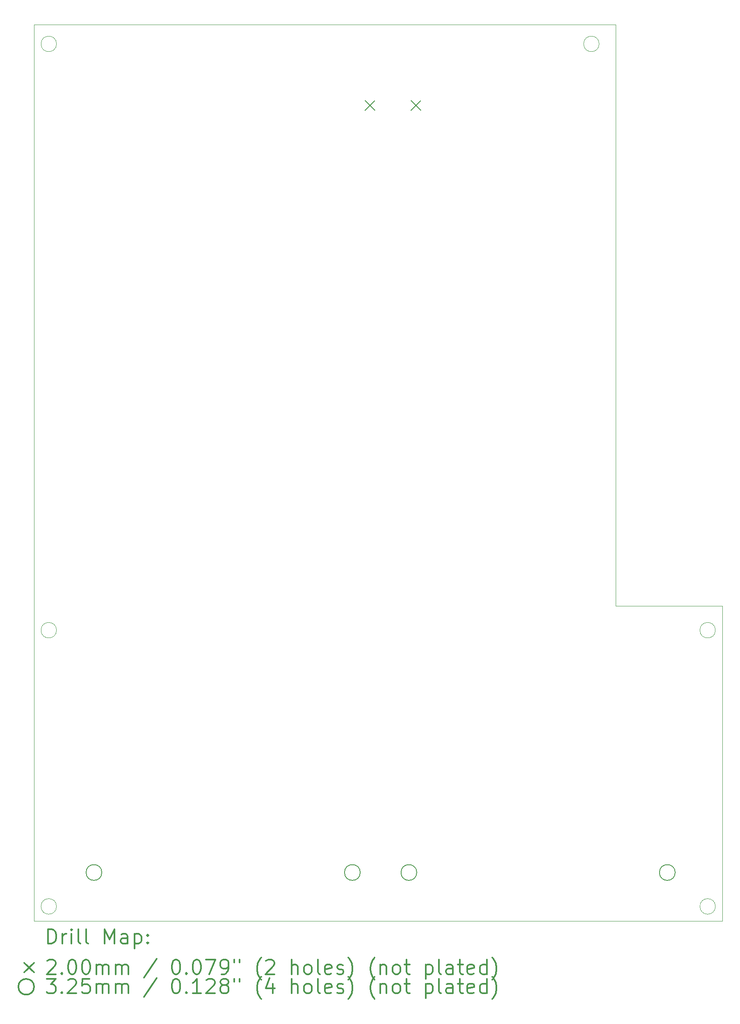
<source format=gbr>
%FSLAX45Y45*%
G04 Gerber Fmt 4.5, Leading zero omitted, Abs format (unit mm)*
G04 Created by KiCad (PCBNEW (5.1.9-0-10_14)) date 2021-06-23 09:31:43*
%MOMM*%
%LPD*%
G01*
G04 APERTURE LIST*
%TA.AperFunction,Profile*%
%ADD10C,0.050000*%
%TD*%
%ADD11C,0.200000*%
%ADD12C,0.300000*%
G04 APERTURE END LIST*
D10*
X14660000Y-4400000D02*
G75*
G03*
X14660000Y-4400000I-160000J0D01*
G01*
X3460000Y-4400000D02*
G75*
G03*
X3460000Y-4400000I-160000J0D01*
G01*
X3460000Y-16500000D02*
G75*
G03*
X3460000Y-16500000I-160000J0D01*
G01*
X17060000Y-16500000D02*
G75*
G03*
X17060000Y-16500000I-160000J0D01*
G01*
X15000000Y-16000000D02*
X17200000Y-16000000D01*
X15000000Y-4000000D02*
X15000000Y-16000000D01*
X15000000Y-4000000D02*
X3000000Y-4000000D01*
X17200000Y-22500000D02*
X3000000Y-22500000D01*
X17200000Y-22500000D02*
X17200000Y-16000000D01*
X17060000Y-22200000D02*
G75*
G03*
X17060000Y-22200000I-160000J0D01*
G01*
X3460000Y-22200000D02*
G75*
G03*
X3460000Y-22200000I-160000J0D01*
G01*
X3000000Y-22500000D02*
X3000000Y-4000000D01*
D11*
X9830200Y-5567300D02*
X10030200Y-5767300D01*
X10030200Y-5567300D02*
X9830200Y-5767300D01*
X10780200Y-5567300D02*
X10980200Y-5767300D01*
X10980200Y-5567300D02*
X10780200Y-5767300D01*
X4395500Y-21500000D02*
G75*
G03*
X4395500Y-21500000I-162500J0D01*
G01*
X9729500Y-21500000D02*
G75*
G03*
X9729500Y-21500000I-162500J0D01*
G01*
X10895500Y-21500000D02*
G75*
G03*
X10895500Y-21500000I-162500J0D01*
G01*
X16229500Y-21500000D02*
G75*
G03*
X16229500Y-21500000I-162500J0D01*
G01*
D12*
X3283928Y-22968214D02*
X3283928Y-22668214D01*
X3355357Y-22668214D01*
X3398214Y-22682500D01*
X3426786Y-22711071D01*
X3441071Y-22739643D01*
X3455357Y-22796786D01*
X3455357Y-22839643D01*
X3441071Y-22896786D01*
X3426786Y-22925357D01*
X3398214Y-22953929D01*
X3355357Y-22968214D01*
X3283928Y-22968214D01*
X3583928Y-22968214D02*
X3583928Y-22768214D01*
X3583928Y-22825357D02*
X3598214Y-22796786D01*
X3612500Y-22782500D01*
X3641071Y-22768214D01*
X3669643Y-22768214D01*
X3769643Y-22968214D02*
X3769643Y-22768214D01*
X3769643Y-22668214D02*
X3755357Y-22682500D01*
X3769643Y-22696786D01*
X3783928Y-22682500D01*
X3769643Y-22668214D01*
X3769643Y-22696786D01*
X3955357Y-22968214D02*
X3926786Y-22953929D01*
X3912500Y-22925357D01*
X3912500Y-22668214D01*
X4112500Y-22968214D02*
X4083928Y-22953929D01*
X4069643Y-22925357D01*
X4069643Y-22668214D01*
X4455357Y-22968214D02*
X4455357Y-22668214D01*
X4555357Y-22882500D01*
X4655357Y-22668214D01*
X4655357Y-22968214D01*
X4926786Y-22968214D02*
X4926786Y-22811071D01*
X4912500Y-22782500D01*
X4883928Y-22768214D01*
X4826786Y-22768214D01*
X4798214Y-22782500D01*
X4926786Y-22953929D02*
X4898214Y-22968214D01*
X4826786Y-22968214D01*
X4798214Y-22953929D01*
X4783928Y-22925357D01*
X4783928Y-22896786D01*
X4798214Y-22868214D01*
X4826786Y-22853929D01*
X4898214Y-22853929D01*
X4926786Y-22839643D01*
X5069643Y-22768214D02*
X5069643Y-23068214D01*
X5069643Y-22782500D02*
X5098214Y-22768214D01*
X5155357Y-22768214D01*
X5183928Y-22782500D01*
X5198214Y-22796786D01*
X5212500Y-22825357D01*
X5212500Y-22911071D01*
X5198214Y-22939643D01*
X5183928Y-22953929D01*
X5155357Y-22968214D01*
X5098214Y-22968214D01*
X5069643Y-22953929D01*
X5341071Y-22939643D02*
X5355357Y-22953929D01*
X5341071Y-22968214D01*
X5326786Y-22953929D01*
X5341071Y-22939643D01*
X5341071Y-22968214D01*
X5341071Y-22782500D02*
X5355357Y-22796786D01*
X5341071Y-22811071D01*
X5326786Y-22796786D01*
X5341071Y-22782500D01*
X5341071Y-22811071D01*
X2797500Y-23362500D02*
X2997500Y-23562500D01*
X2997500Y-23362500D02*
X2797500Y-23562500D01*
X3269643Y-23326786D02*
X3283928Y-23312500D01*
X3312500Y-23298214D01*
X3383928Y-23298214D01*
X3412500Y-23312500D01*
X3426786Y-23326786D01*
X3441071Y-23355357D01*
X3441071Y-23383929D01*
X3426786Y-23426786D01*
X3255357Y-23598214D01*
X3441071Y-23598214D01*
X3569643Y-23569643D02*
X3583928Y-23583929D01*
X3569643Y-23598214D01*
X3555357Y-23583929D01*
X3569643Y-23569643D01*
X3569643Y-23598214D01*
X3769643Y-23298214D02*
X3798214Y-23298214D01*
X3826786Y-23312500D01*
X3841071Y-23326786D01*
X3855357Y-23355357D01*
X3869643Y-23412500D01*
X3869643Y-23483929D01*
X3855357Y-23541071D01*
X3841071Y-23569643D01*
X3826786Y-23583929D01*
X3798214Y-23598214D01*
X3769643Y-23598214D01*
X3741071Y-23583929D01*
X3726786Y-23569643D01*
X3712500Y-23541071D01*
X3698214Y-23483929D01*
X3698214Y-23412500D01*
X3712500Y-23355357D01*
X3726786Y-23326786D01*
X3741071Y-23312500D01*
X3769643Y-23298214D01*
X4055357Y-23298214D02*
X4083928Y-23298214D01*
X4112500Y-23312500D01*
X4126786Y-23326786D01*
X4141071Y-23355357D01*
X4155357Y-23412500D01*
X4155357Y-23483929D01*
X4141071Y-23541071D01*
X4126786Y-23569643D01*
X4112500Y-23583929D01*
X4083928Y-23598214D01*
X4055357Y-23598214D01*
X4026786Y-23583929D01*
X4012500Y-23569643D01*
X3998214Y-23541071D01*
X3983928Y-23483929D01*
X3983928Y-23412500D01*
X3998214Y-23355357D01*
X4012500Y-23326786D01*
X4026786Y-23312500D01*
X4055357Y-23298214D01*
X4283928Y-23598214D02*
X4283928Y-23398214D01*
X4283928Y-23426786D02*
X4298214Y-23412500D01*
X4326786Y-23398214D01*
X4369643Y-23398214D01*
X4398214Y-23412500D01*
X4412500Y-23441071D01*
X4412500Y-23598214D01*
X4412500Y-23441071D02*
X4426786Y-23412500D01*
X4455357Y-23398214D01*
X4498214Y-23398214D01*
X4526786Y-23412500D01*
X4541071Y-23441071D01*
X4541071Y-23598214D01*
X4683928Y-23598214D02*
X4683928Y-23398214D01*
X4683928Y-23426786D02*
X4698214Y-23412500D01*
X4726786Y-23398214D01*
X4769643Y-23398214D01*
X4798214Y-23412500D01*
X4812500Y-23441071D01*
X4812500Y-23598214D01*
X4812500Y-23441071D02*
X4826786Y-23412500D01*
X4855357Y-23398214D01*
X4898214Y-23398214D01*
X4926786Y-23412500D01*
X4941071Y-23441071D01*
X4941071Y-23598214D01*
X5526786Y-23283929D02*
X5269643Y-23669643D01*
X5912500Y-23298214D02*
X5941071Y-23298214D01*
X5969643Y-23312500D01*
X5983928Y-23326786D01*
X5998214Y-23355357D01*
X6012500Y-23412500D01*
X6012500Y-23483929D01*
X5998214Y-23541071D01*
X5983928Y-23569643D01*
X5969643Y-23583929D01*
X5941071Y-23598214D01*
X5912500Y-23598214D01*
X5883928Y-23583929D01*
X5869643Y-23569643D01*
X5855357Y-23541071D01*
X5841071Y-23483929D01*
X5841071Y-23412500D01*
X5855357Y-23355357D01*
X5869643Y-23326786D01*
X5883928Y-23312500D01*
X5912500Y-23298214D01*
X6141071Y-23569643D02*
X6155357Y-23583929D01*
X6141071Y-23598214D01*
X6126786Y-23583929D01*
X6141071Y-23569643D01*
X6141071Y-23598214D01*
X6341071Y-23298214D02*
X6369643Y-23298214D01*
X6398214Y-23312500D01*
X6412500Y-23326786D01*
X6426786Y-23355357D01*
X6441071Y-23412500D01*
X6441071Y-23483929D01*
X6426786Y-23541071D01*
X6412500Y-23569643D01*
X6398214Y-23583929D01*
X6369643Y-23598214D01*
X6341071Y-23598214D01*
X6312500Y-23583929D01*
X6298214Y-23569643D01*
X6283928Y-23541071D01*
X6269643Y-23483929D01*
X6269643Y-23412500D01*
X6283928Y-23355357D01*
X6298214Y-23326786D01*
X6312500Y-23312500D01*
X6341071Y-23298214D01*
X6541071Y-23298214D02*
X6741071Y-23298214D01*
X6612500Y-23598214D01*
X6869643Y-23598214D02*
X6926786Y-23598214D01*
X6955357Y-23583929D01*
X6969643Y-23569643D01*
X6998214Y-23526786D01*
X7012500Y-23469643D01*
X7012500Y-23355357D01*
X6998214Y-23326786D01*
X6983928Y-23312500D01*
X6955357Y-23298214D01*
X6898214Y-23298214D01*
X6869643Y-23312500D01*
X6855357Y-23326786D01*
X6841071Y-23355357D01*
X6841071Y-23426786D01*
X6855357Y-23455357D01*
X6869643Y-23469643D01*
X6898214Y-23483929D01*
X6955357Y-23483929D01*
X6983928Y-23469643D01*
X6998214Y-23455357D01*
X7012500Y-23426786D01*
X7126786Y-23298214D02*
X7126786Y-23355357D01*
X7241071Y-23298214D02*
X7241071Y-23355357D01*
X7683928Y-23712500D02*
X7669643Y-23698214D01*
X7641071Y-23655357D01*
X7626786Y-23626786D01*
X7612500Y-23583929D01*
X7598214Y-23512500D01*
X7598214Y-23455357D01*
X7612500Y-23383929D01*
X7626786Y-23341071D01*
X7641071Y-23312500D01*
X7669643Y-23269643D01*
X7683928Y-23255357D01*
X7783928Y-23326786D02*
X7798214Y-23312500D01*
X7826786Y-23298214D01*
X7898214Y-23298214D01*
X7926786Y-23312500D01*
X7941071Y-23326786D01*
X7955357Y-23355357D01*
X7955357Y-23383929D01*
X7941071Y-23426786D01*
X7769643Y-23598214D01*
X7955357Y-23598214D01*
X8312500Y-23598214D02*
X8312500Y-23298214D01*
X8441071Y-23598214D02*
X8441071Y-23441071D01*
X8426786Y-23412500D01*
X8398214Y-23398214D01*
X8355357Y-23398214D01*
X8326786Y-23412500D01*
X8312500Y-23426786D01*
X8626786Y-23598214D02*
X8598214Y-23583929D01*
X8583928Y-23569643D01*
X8569643Y-23541071D01*
X8569643Y-23455357D01*
X8583928Y-23426786D01*
X8598214Y-23412500D01*
X8626786Y-23398214D01*
X8669643Y-23398214D01*
X8698214Y-23412500D01*
X8712500Y-23426786D01*
X8726786Y-23455357D01*
X8726786Y-23541071D01*
X8712500Y-23569643D01*
X8698214Y-23583929D01*
X8669643Y-23598214D01*
X8626786Y-23598214D01*
X8898214Y-23598214D02*
X8869643Y-23583929D01*
X8855357Y-23555357D01*
X8855357Y-23298214D01*
X9126786Y-23583929D02*
X9098214Y-23598214D01*
X9041071Y-23598214D01*
X9012500Y-23583929D01*
X8998214Y-23555357D01*
X8998214Y-23441071D01*
X9012500Y-23412500D01*
X9041071Y-23398214D01*
X9098214Y-23398214D01*
X9126786Y-23412500D01*
X9141071Y-23441071D01*
X9141071Y-23469643D01*
X8998214Y-23498214D01*
X9255357Y-23583929D02*
X9283928Y-23598214D01*
X9341071Y-23598214D01*
X9369643Y-23583929D01*
X9383928Y-23555357D01*
X9383928Y-23541071D01*
X9369643Y-23512500D01*
X9341071Y-23498214D01*
X9298214Y-23498214D01*
X9269643Y-23483929D01*
X9255357Y-23455357D01*
X9255357Y-23441071D01*
X9269643Y-23412500D01*
X9298214Y-23398214D01*
X9341071Y-23398214D01*
X9369643Y-23412500D01*
X9483928Y-23712500D02*
X9498214Y-23698214D01*
X9526786Y-23655357D01*
X9541071Y-23626786D01*
X9555357Y-23583929D01*
X9569643Y-23512500D01*
X9569643Y-23455357D01*
X9555357Y-23383929D01*
X9541071Y-23341071D01*
X9526786Y-23312500D01*
X9498214Y-23269643D01*
X9483928Y-23255357D01*
X10026786Y-23712500D02*
X10012500Y-23698214D01*
X9983928Y-23655357D01*
X9969643Y-23626786D01*
X9955357Y-23583929D01*
X9941071Y-23512500D01*
X9941071Y-23455357D01*
X9955357Y-23383929D01*
X9969643Y-23341071D01*
X9983928Y-23312500D01*
X10012500Y-23269643D01*
X10026786Y-23255357D01*
X10141071Y-23398214D02*
X10141071Y-23598214D01*
X10141071Y-23426786D02*
X10155357Y-23412500D01*
X10183928Y-23398214D01*
X10226786Y-23398214D01*
X10255357Y-23412500D01*
X10269643Y-23441071D01*
X10269643Y-23598214D01*
X10455357Y-23598214D02*
X10426786Y-23583929D01*
X10412500Y-23569643D01*
X10398214Y-23541071D01*
X10398214Y-23455357D01*
X10412500Y-23426786D01*
X10426786Y-23412500D01*
X10455357Y-23398214D01*
X10498214Y-23398214D01*
X10526786Y-23412500D01*
X10541071Y-23426786D01*
X10555357Y-23455357D01*
X10555357Y-23541071D01*
X10541071Y-23569643D01*
X10526786Y-23583929D01*
X10498214Y-23598214D01*
X10455357Y-23598214D01*
X10641071Y-23398214D02*
X10755357Y-23398214D01*
X10683928Y-23298214D02*
X10683928Y-23555357D01*
X10698214Y-23583929D01*
X10726786Y-23598214D01*
X10755357Y-23598214D01*
X11083928Y-23398214D02*
X11083928Y-23698214D01*
X11083928Y-23412500D02*
X11112500Y-23398214D01*
X11169643Y-23398214D01*
X11198214Y-23412500D01*
X11212500Y-23426786D01*
X11226786Y-23455357D01*
X11226786Y-23541071D01*
X11212500Y-23569643D01*
X11198214Y-23583929D01*
X11169643Y-23598214D01*
X11112500Y-23598214D01*
X11083928Y-23583929D01*
X11398214Y-23598214D02*
X11369643Y-23583929D01*
X11355357Y-23555357D01*
X11355357Y-23298214D01*
X11641071Y-23598214D02*
X11641071Y-23441071D01*
X11626786Y-23412500D01*
X11598214Y-23398214D01*
X11541071Y-23398214D01*
X11512500Y-23412500D01*
X11641071Y-23583929D02*
X11612500Y-23598214D01*
X11541071Y-23598214D01*
X11512500Y-23583929D01*
X11498214Y-23555357D01*
X11498214Y-23526786D01*
X11512500Y-23498214D01*
X11541071Y-23483929D01*
X11612500Y-23483929D01*
X11641071Y-23469643D01*
X11741071Y-23398214D02*
X11855357Y-23398214D01*
X11783928Y-23298214D02*
X11783928Y-23555357D01*
X11798214Y-23583929D01*
X11826786Y-23598214D01*
X11855357Y-23598214D01*
X12069643Y-23583929D02*
X12041071Y-23598214D01*
X11983928Y-23598214D01*
X11955357Y-23583929D01*
X11941071Y-23555357D01*
X11941071Y-23441071D01*
X11955357Y-23412500D01*
X11983928Y-23398214D01*
X12041071Y-23398214D01*
X12069643Y-23412500D01*
X12083928Y-23441071D01*
X12083928Y-23469643D01*
X11941071Y-23498214D01*
X12341071Y-23598214D02*
X12341071Y-23298214D01*
X12341071Y-23583929D02*
X12312500Y-23598214D01*
X12255357Y-23598214D01*
X12226786Y-23583929D01*
X12212500Y-23569643D01*
X12198214Y-23541071D01*
X12198214Y-23455357D01*
X12212500Y-23426786D01*
X12226786Y-23412500D01*
X12255357Y-23398214D01*
X12312500Y-23398214D01*
X12341071Y-23412500D01*
X12455357Y-23712500D02*
X12469643Y-23698214D01*
X12498214Y-23655357D01*
X12512500Y-23626786D01*
X12526786Y-23583929D01*
X12541071Y-23512500D01*
X12541071Y-23455357D01*
X12526786Y-23383929D01*
X12512500Y-23341071D01*
X12498214Y-23312500D01*
X12469643Y-23269643D01*
X12455357Y-23255357D01*
X2997500Y-23858500D02*
G75*
G03*
X2997500Y-23858500I-162500J0D01*
G01*
X3255357Y-23694214D02*
X3441071Y-23694214D01*
X3341071Y-23808500D01*
X3383928Y-23808500D01*
X3412500Y-23822786D01*
X3426786Y-23837071D01*
X3441071Y-23865643D01*
X3441071Y-23937071D01*
X3426786Y-23965643D01*
X3412500Y-23979929D01*
X3383928Y-23994214D01*
X3298214Y-23994214D01*
X3269643Y-23979929D01*
X3255357Y-23965643D01*
X3569643Y-23965643D02*
X3583928Y-23979929D01*
X3569643Y-23994214D01*
X3555357Y-23979929D01*
X3569643Y-23965643D01*
X3569643Y-23994214D01*
X3698214Y-23722786D02*
X3712500Y-23708500D01*
X3741071Y-23694214D01*
X3812500Y-23694214D01*
X3841071Y-23708500D01*
X3855357Y-23722786D01*
X3869643Y-23751357D01*
X3869643Y-23779929D01*
X3855357Y-23822786D01*
X3683928Y-23994214D01*
X3869643Y-23994214D01*
X4141071Y-23694214D02*
X3998214Y-23694214D01*
X3983928Y-23837071D01*
X3998214Y-23822786D01*
X4026786Y-23808500D01*
X4098214Y-23808500D01*
X4126786Y-23822786D01*
X4141071Y-23837071D01*
X4155357Y-23865643D01*
X4155357Y-23937071D01*
X4141071Y-23965643D01*
X4126786Y-23979929D01*
X4098214Y-23994214D01*
X4026786Y-23994214D01*
X3998214Y-23979929D01*
X3983928Y-23965643D01*
X4283928Y-23994214D02*
X4283928Y-23794214D01*
X4283928Y-23822786D02*
X4298214Y-23808500D01*
X4326786Y-23794214D01*
X4369643Y-23794214D01*
X4398214Y-23808500D01*
X4412500Y-23837071D01*
X4412500Y-23994214D01*
X4412500Y-23837071D02*
X4426786Y-23808500D01*
X4455357Y-23794214D01*
X4498214Y-23794214D01*
X4526786Y-23808500D01*
X4541071Y-23837071D01*
X4541071Y-23994214D01*
X4683928Y-23994214D02*
X4683928Y-23794214D01*
X4683928Y-23822786D02*
X4698214Y-23808500D01*
X4726786Y-23794214D01*
X4769643Y-23794214D01*
X4798214Y-23808500D01*
X4812500Y-23837071D01*
X4812500Y-23994214D01*
X4812500Y-23837071D02*
X4826786Y-23808500D01*
X4855357Y-23794214D01*
X4898214Y-23794214D01*
X4926786Y-23808500D01*
X4941071Y-23837071D01*
X4941071Y-23994214D01*
X5526786Y-23679929D02*
X5269643Y-24065643D01*
X5912500Y-23694214D02*
X5941071Y-23694214D01*
X5969643Y-23708500D01*
X5983928Y-23722786D01*
X5998214Y-23751357D01*
X6012500Y-23808500D01*
X6012500Y-23879929D01*
X5998214Y-23937071D01*
X5983928Y-23965643D01*
X5969643Y-23979929D01*
X5941071Y-23994214D01*
X5912500Y-23994214D01*
X5883928Y-23979929D01*
X5869643Y-23965643D01*
X5855357Y-23937071D01*
X5841071Y-23879929D01*
X5841071Y-23808500D01*
X5855357Y-23751357D01*
X5869643Y-23722786D01*
X5883928Y-23708500D01*
X5912500Y-23694214D01*
X6141071Y-23965643D02*
X6155357Y-23979929D01*
X6141071Y-23994214D01*
X6126786Y-23979929D01*
X6141071Y-23965643D01*
X6141071Y-23994214D01*
X6441071Y-23994214D02*
X6269643Y-23994214D01*
X6355357Y-23994214D02*
X6355357Y-23694214D01*
X6326786Y-23737071D01*
X6298214Y-23765643D01*
X6269643Y-23779929D01*
X6555357Y-23722786D02*
X6569643Y-23708500D01*
X6598214Y-23694214D01*
X6669643Y-23694214D01*
X6698214Y-23708500D01*
X6712500Y-23722786D01*
X6726786Y-23751357D01*
X6726786Y-23779929D01*
X6712500Y-23822786D01*
X6541071Y-23994214D01*
X6726786Y-23994214D01*
X6898214Y-23822786D02*
X6869643Y-23808500D01*
X6855357Y-23794214D01*
X6841071Y-23765643D01*
X6841071Y-23751357D01*
X6855357Y-23722786D01*
X6869643Y-23708500D01*
X6898214Y-23694214D01*
X6955357Y-23694214D01*
X6983928Y-23708500D01*
X6998214Y-23722786D01*
X7012500Y-23751357D01*
X7012500Y-23765643D01*
X6998214Y-23794214D01*
X6983928Y-23808500D01*
X6955357Y-23822786D01*
X6898214Y-23822786D01*
X6869643Y-23837071D01*
X6855357Y-23851357D01*
X6841071Y-23879929D01*
X6841071Y-23937071D01*
X6855357Y-23965643D01*
X6869643Y-23979929D01*
X6898214Y-23994214D01*
X6955357Y-23994214D01*
X6983928Y-23979929D01*
X6998214Y-23965643D01*
X7012500Y-23937071D01*
X7012500Y-23879929D01*
X6998214Y-23851357D01*
X6983928Y-23837071D01*
X6955357Y-23822786D01*
X7126786Y-23694214D02*
X7126786Y-23751357D01*
X7241071Y-23694214D02*
X7241071Y-23751357D01*
X7683928Y-24108500D02*
X7669643Y-24094214D01*
X7641071Y-24051357D01*
X7626786Y-24022786D01*
X7612500Y-23979929D01*
X7598214Y-23908500D01*
X7598214Y-23851357D01*
X7612500Y-23779929D01*
X7626786Y-23737071D01*
X7641071Y-23708500D01*
X7669643Y-23665643D01*
X7683928Y-23651357D01*
X7926786Y-23794214D02*
X7926786Y-23994214D01*
X7855357Y-23679929D02*
X7783928Y-23894214D01*
X7969643Y-23894214D01*
X8312500Y-23994214D02*
X8312500Y-23694214D01*
X8441071Y-23994214D02*
X8441071Y-23837071D01*
X8426786Y-23808500D01*
X8398214Y-23794214D01*
X8355357Y-23794214D01*
X8326786Y-23808500D01*
X8312500Y-23822786D01*
X8626786Y-23994214D02*
X8598214Y-23979929D01*
X8583928Y-23965643D01*
X8569643Y-23937071D01*
X8569643Y-23851357D01*
X8583928Y-23822786D01*
X8598214Y-23808500D01*
X8626786Y-23794214D01*
X8669643Y-23794214D01*
X8698214Y-23808500D01*
X8712500Y-23822786D01*
X8726786Y-23851357D01*
X8726786Y-23937071D01*
X8712500Y-23965643D01*
X8698214Y-23979929D01*
X8669643Y-23994214D01*
X8626786Y-23994214D01*
X8898214Y-23994214D02*
X8869643Y-23979929D01*
X8855357Y-23951357D01*
X8855357Y-23694214D01*
X9126786Y-23979929D02*
X9098214Y-23994214D01*
X9041071Y-23994214D01*
X9012500Y-23979929D01*
X8998214Y-23951357D01*
X8998214Y-23837071D01*
X9012500Y-23808500D01*
X9041071Y-23794214D01*
X9098214Y-23794214D01*
X9126786Y-23808500D01*
X9141071Y-23837071D01*
X9141071Y-23865643D01*
X8998214Y-23894214D01*
X9255357Y-23979929D02*
X9283928Y-23994214D01*
X9341071Y-23994214D01*
X9369643Y-23979929D01*
X9383928Y-23951357D01*
X9383928Y-23937071D01*
X9369643Y-23908500D01*
X9341071Y-23894214D01*
X9298214Y-23894214D01*
X9269643Y-23879929D01*
X9255357Y-23851357D01*
X9255357Y-23837071D01*
X9269643Y-23808500D01*
X9298214Y-23794214D01*
X9341071Y-23794214D01*
X9369643Y-23808500D01*
X9483928Y-24108500D02*
X9498214Y-24094214D01*
X9526786Y-24051357D01*
X9541071Y-24022786D01*
X9555357Y-23979929D01*
X9569643Y-23908500D01*
X9569643Y-23851357D01*
X9555357Y-23779929D01*
X9541071Y-23737071D01*
X9526786Y-23708500D01*
X9498214Y-23665643D01*
X9483928Y-23651357D01*
X10026786Y-24108500D02*
X10012500Y-24094214D01*
X9983928Y-24051357D01*
X9969643Y-24022786D01*
X9955357Y-23979929D01*
X9941071Y-23908500D01*
X9941071Y-23851357D01*
X9955357Y-23779929D01*
X9969643Y-23737071D01*
X9983928Y-23708500D01*
X10012500Y-23665643D01*
X10026786Y-23651357D01*
X10141071Y-23794214D02*
X10141071Y-23994214D01*
X10141071Y-23822786D02*
X10155357Y-23808500D01*
X10183928Y-23794214D01*
X10226786Y-23794214D01*
X10255357Y-23808500D01*
X10269643Y-23837071D01*
X10269643Y-23994214D01*
X10455357Y-23994214D02*
X10426786Y-23979929D01*
X10412500Y-23965643D01*
X10398214Y-23937071D01*
X10398214Y-23851357D01*
X10412500Y-23822786D01*
X10426786Y-23808500D01*
X10455357Y-23794214D01*
X10498214Y-23794214D01*
X10526786Y-23808500D01*
X10541071Y-23822786D01*
X10555357Y-23851357D01*
X10555357Y-23937071D01*
X10541071Y-23965643D01*
X10526786Y-23979929D01*
X10498214Y-23994214D01*
X10455357Y-23994214D01*
X10641071Y-23794214D02*
X10755357Y-23794214D01*
X10683928Y-23694214D02*
X10683928Y-23951357D01*
X10698214Y-23979929D01*
X10726786Y-23994214D01*
X10755357Y-23994214D01*
X11083928Y-23794214D02*
X11083928Y-24094214D01*
X11083928Y-23808500D02*
X11112500Y-23794214D01*
X11169643Y-23794214D01*
X11198214Y-23808500D01*
X11212500Y-23822786D01*
X11226786Y-23851357D01*
X11226786Y-23937071D01*
X11212500Y-23965643D01*
X11198214Y-23979929D01*
X11169643Y-23994214D01*
X11112500Y-23994214D01*
X11083928Y-23979929D01*
X11398214Y-23994214D02*
X11369643Y-23979929D01*
X11355357Y-23951357D01*
X11355357Y-23694214D01*
X11641071Y-23994214D02*
X11641071Y-23837071D01*
X11626786Y-23808500D01*
X11598214Y-23794214D01*
X11541071Y-23794214D01*
X11512500Y-23808500D01*
X11641071Y-23979929D02*
X11612500Y-23994214D01*
X11541071Y-23994214D01*
X11512500Y-23979929D01*
X11498214Y-23951357D01*
X11498214Y-23922786D01*
X11512500Y-23894214D01*
X11541071Y-23879929D01*
X11612500Y-23879929D01*
X11641071Y-23865643D01*
X11741071Y-23794214D02*
X11855357Y-23794214D01*
X11783928Y-23694214D02*
X11783928Y-23951357D01*
X11798214Y-23979929D01*
X11826786Y-23994214D01*
X11855357Y-23994214D01*
X12069643Y-23979929D02*
X12041071Y-23994214D01*
X11983928Y-23994214D01*
X11955357Y-23979929D01*
X11941071Y-23951357D01*
X11941071Y-23837071D01*
X11955357Y-23808500D01*
X11983928Y-23794214D01*
X12041071Y-23794214D01*
X12069643Y-23808500D01*
X12083928Y-23837071D01*
X12083928Y-23865643D01*
X11941071Y-23894214D01*
X12341071Y-23994214D02*
X12341071Y-23694214D01*
X12341071Y-23979929D02*
X12312500Y-23994214D01*
X12255357Y-23994214D01*
X12226786Y-23979929D01*
X12212500Y-23965643D01*
X12198214Y-23937071D01*
X12198214Y-23851357D01*
X12212500Y-23822786D01*
X12226786Y-23808500D01*
X12255357Y-23794214D01*
X12312500Y-23794214D01*
X12341071Y-23808500D01*
X12455357Y-24108500D02*
X12469643Y-24094214D01*
X12498214Y-24051357D01*
X12512500Y-24022786D01*
X12526786Y-23979929D01*
X12541071Y-23908500D01*
X12541071Y-23851357D01*
X12526786Y-23779929D01*
X12512500Y-23737071D01*
X12498214Y-23708500D01*
X12469643Y-23665643D01*
X12455357Y-23651357D01*
M02*

</source>
